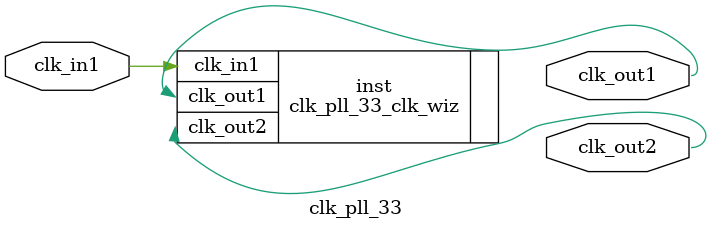
<source format=v>


`timescale 1ps/1ps

(* CORE_GENERATION_INFO = "clk_pll_33,clk_wiz_v6_0_12_0_0,{component_name=clk_pll_33,use_phase_alignment=true,use_min_o_jitter=false,use_max_i_jitter=false,use_dyn_phase_shift=false,use_inclk_switchover=false,use_dyn_reconfig=false,enable_axi=0,feedback_source=FDBK_AUTO,PRIMITIVE=PLL,num_out_clk=2,clkin1_period=10.000,clkin2_period=10.000,use_power_down=false,use_reset=false,use_locked=false,use_inclk_stopped=false,feedback_type=SINGLE,CLOCK_MGR_TYPE=NA,manual_override=false}" *)

module clk_pll_33 
 (
  // Clock out ports
  output        clk_out1,
  output        clk_out2,
 // Clock in ports
  input         clk_in1
 );

  clk_pll_33_clk_wiz inst
  (
  // Clock out ports  
  .clk_out1(clk_out1),
  .clk_out2(clk_out2),
 // Clock in ports
  .clk_in1(clk_in1)
  );

endmodule

</source>
